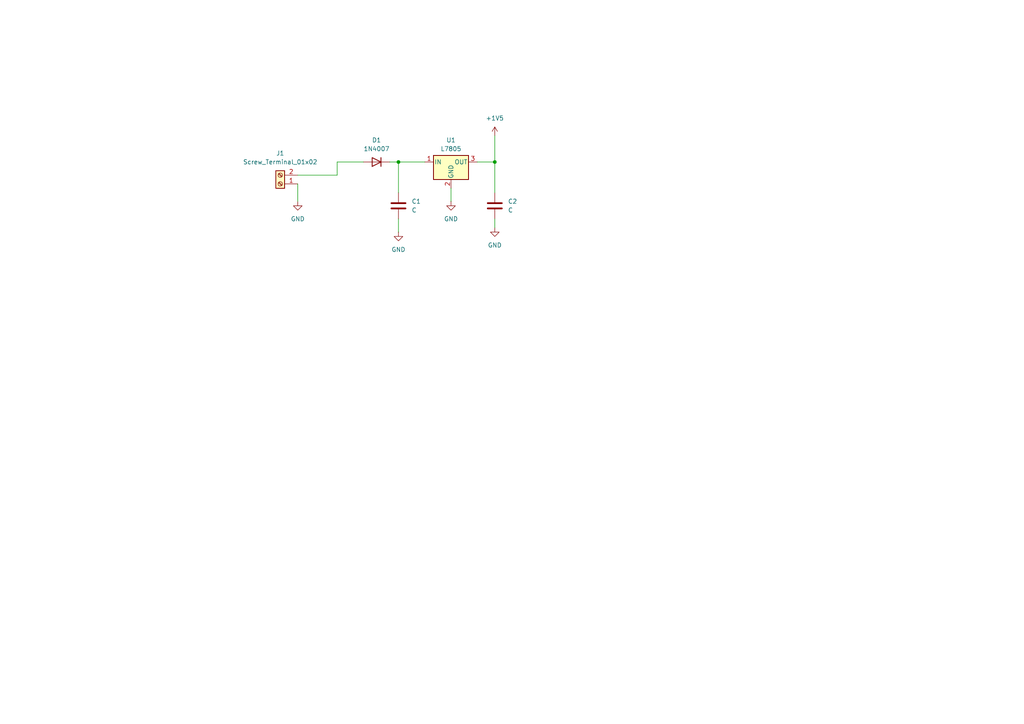
<source format=kicad_sch>
(kicad_sch (version 20250114) (generator "eeschema") (generator_version "9.0")
  (paper "A4")
  (lib_symbols
    (symbol "Connector:Screw_Terminal_01x02" (pin_names (offset 1.016) (hide yes))
      (property "Reference" "J" (at 0 2.54 0))
      (property "Value" "Screw_Terminal_01x02" (at 0 -5.08 0))
      (symbol "Screw_Terminal_01x02_1_1"
        (rectangle (start -1.27 1.27) (end 1.27 -3.81) (stroke (width 0.254)) (fill (type background)))
        (polyline (pts (xy -0.5334 0.3302) (xy 0.3302 -0.508)) (stroke (width 0.1524)))
        (polyline (pts (xy -0.5334 -2.2098) (xy 0.3302 -3.048)) (stroke (width 0.1524)))
        (polyline (pts (xy -0.3556 0.508) (xy 0.508 -0.3302)) (stroke (width 0.1524)))
        (polyline (pts (xy -0.3556 -2.032) (xy 0.508 -2.8702)) (stroke (width 0.1524)))
        (circle (center 0 0) (radius 0.635) (stroke (width 0.1524)))
        (circle (center 0 -2.54) (radius 0.635) (stroke (width 0.1524)))
        (pin passive line (at -5.08 0 0) (length 3.81) (name "Pin_1") (number "1"))
        (pin passive line (at -5.08 -2.54 0) (length 3.81) (name "Pin_2") (number "2"))
      )
    )
    (symbol "Device:C" (pin_numbers (hide yes)) (pin_names (offset 0.254))
      (property "Reference" "C" (at 0.635 2.54 0))
      (property "Value" "C" (at 0.635 -2.54 0))
      (symbol "C_0_1"
        (polyline (pts (xy -2.032 0.762) (xy 2.032 0.762)) (stroke (width 0.508)))
        (polyline (pts (xy -2.032 -0.762) (xy 2.032 -0.762)) (stroke (width 0.508)))
      )
      (symbol "C_1_1"
        (pin passive line (at 0 3.81 270) (length 2.794) (name "~") (number "1"))
        (pin passive line (at 0 -3.81 90) (length 2.794) (name "~") (number "2"))
      )
    )
    (symbol "Diode:1N4007" (pin_numbers (hide yes)) (pin_names (hide yes))
      (property "Reference" "D" (at 0 2.54 0))
      (property "Value" "1N4007" (at 0 -2.54 0))
      (symbol "1N4007_0_1"
        (polyline (pts (xy -1.27 1.27) (xy -1.27 -1.27)) (stroke (width 0.254)))
        (polyline (pts (xy 1.27 1.27) (xy 1.27 -1.27) (xy -1.27 0) (xy 1.27 1.27)) (stroke (width 0.254)))
        (polyline (pts (xy 1.27 0) (xy -1.27 0)))
      )
      (symbol "1N4007_1_1"
        (pin passive line (at -3.81 0 0) (length 2.54) (name "K") (number "1"))
        (pin passive line (at 3.81 0 180) (length 2.54) (name "A") (number "2"))
      )
    )
    (symbol "Regulator_Linear:L7805" (pin_names (offset 0.254))
      (property "Reference" "U" (at -3.81 3.175 0))
      (property "Value" "L7805" (at 0 3.175 0))
      (symbol "L7805_0_1"
        (rectangle (start -5.08 1.905) (end 5.08 -5.08) (stroke (width 0.254)) (fill (type background)))
      )
      (symbol "L7805_1_1"
        (pin power_in line (at -7.62 0 0) (length 2.54) (name "IN") (number "1"))
        (pin power_in line (at 0 -7.62 90) (length 2.54) (name "GND") (number "2"))
        (pin power_out line (at 7.62 0 180) (length 2.54) (name "OUT") (number "3"))
      )
    )
    (symbol "power:+1V5" (power) (pin_numbers (hide yes)) (pin_names (offset 0) (hide yes))
      (property "Value" "+1V5" (at 0 3.556 0))
      (symbol "+1V5_0_1"
        (polyline (pts (xy -0.762 1.27) (xy 0 2.54)))
        (polyline (pts (xy 0 2.54) (xy 0.762 1.27)))
        (polyline (pts (xy 0 0) (xy 0 2.54)))
      )
      (symbol "+1V5_1_1"
        (pin power_in line (at 0 0 90) (length 0) (name "~") (number "1"))
      )
    )
    (symbol "power:GND" (power) (pin_numbers (hide yes)) (pin_names (offset 0) (hide yes))
      (property "Value" "GND" (at 0 -3.81 0))
      (symbol "GND_0_1"
        (polyline (pts (xy 0 0) (xy 0 -1.27) (xy 1.27 -1.27) (xy 0 -2.54) (xy -1.27 -1.27) (xy 0 -1.27)))
      )
      (symbol "GND_1_1"
        (pin power_in line (at 0 0 270) (length 0) (name "~") (number "1"))
      )
    )
  )
  (junction (at 115.57 46.99))
  (junction (at 143.51 46.99))
  (wire (pts (xy 143.51 63.5) (xy 143.51 66.04)))
  (wire (pts (xy 115.57 63.5) (xy 115.57 67.31)))
  (wire (pts (xy 143.51 39.37) (xy 143.51 46.99)))
  (wire (pts (xy 130.81 54.61) (xy 130.81 58.42)))
  (wire (pts (xy 97.79 50.8) (xy 86.36 50.8)))
  (wire (pts (xy 105.41 46.99) (xy 97.79 46.99)))
  (wire (pts (xy 115.57 46.99) (xy 115.57 55.88)))
  (wire (pts (xy 138.43 46.99) (xy 143.51 46.99)))
  (wire (pts (xy 115.57 46.99) (xy 123.19 46.99)))
  (wire (pts (xy 97.79 46.99) (xy 97.79 50.8)))
  (wire (pts (xy 113.03 46.99) (xy 115.57 46.99)))
  (wire (pts (xy 143.51 46.99) (xy 143.51 55.88)))
  (wire (pts (xy 86.36 53.34) (xy 86.36 58.42)))
  (symbol (lib_id "Diode:1N4007") (at 109.22 46.99 180) (unit 1)
    (property "Reference" "D1" (at 109.22 40.64 0))
    (property "Value" "1N4007" (at 109.22 43.18 0))
    (property "Footprint" "Diode_THT:D_DO-41_SOD81_P10.16mm_Horizontal" (effects (hide yes)))
    (property "Datasheet" "http://www.vishay.com/docs/88503/1n4001.pdf" (effects (hide yes)))
    (property "Description" "1000V 1A General Purpose Rectifier Diode, DO-41" (effects (hide yes)))
    (property "Sim.Device" "D" (effects (hide yes)))
    (property "Sim.Pins" "1=K 2=A" (effects (hide yes)))
  )
  (symbol (lib_id "Regulator_Linear:L7805") (at 130.81 46.99 0) (unit 1)
    (property "Reference" "U1" (at 130.81 40.64 0))
    (property "Value" "L7805" (at 130.81 43.18 0))
    (property "Footprint" "Package_TO_SOT_THT:TO-220-3_Vertical" (effects (hide yes)))
    (property "Datasheet" "http://www.st.com/content/ccc/resource/technical/document/datasheet/41/4f/b3/b0/12/d4/47/88/CD00000444.pdf/files/CD00000444.pdf/jcr:content/translations/en.CD00000444.pdf" (effects (hide yes)))
    (property "Description" "Positive 1.5A 35V Linear Regulator, Fixed Output 5V, TO-220/TO-263/TO-252" (effects (hide yes)))
  )
  (symbol (lib_id "power:GND") (at 86.36 58.42 0) (unit 1)
    (property "Reference" "#PWR04" (effects (hide yes)))
    (property "Value" "GND" (at 86.36 63.5 0))
    (property "Description" "Power symbol creates a global label with name \"GND\" , ground" (effects (hide yes)))
  )
  (symbol (lib_id "Connector:Screw_Terminal_01x02") (at 81.28 53.34 180) (unit 1)
    (property "Reference" "J1" (at 81.28 44.45 0))
    (property "Value" "Screw_Terminal_01x02" (at 81.28 46.99 0))
    (property "Footprint" "TerminalBlock:TerminalBlock_MaiXu_MX126-5.0-02P_1x02_P5.00mm" (effects (hide yes)))
    (property "Description" "Generic screw terminal, single row, 01x02, script generated (kicad-library-utils/schlib/autogen/connector/)" (effects (hide yes)))
  )
  (symbol (lib_id "power:+1V5") (at 143.51 39.37 0) (unit 1)
    (property "Reference" "#PWR05" (effects (hide yes)))
    (property "Value" "+1V5" (at 143.51 34.29 0))
    (property "Description" "Power symbol creates a global label with name \"+1V5\"" (effects (hide yes)))
  )
  (symbol (lib_id "power:GND") (at 143.51 66.04 0) (unit 1)
    (property "Reference" "#PWR03" (effects (hide yes)))
    (property "Value" "GND" (at 143.51 71.12 0))
    (property "Description" "Power symbol creates a global label with name \"GND\" , ground" (effects (hide yes)))
  )
  (symbol (lib_id "power:GND") (at 130.81 58.42 0) (unit 1)
    (property "Reference" "#PWR02" (effects (hide yes)))
    (property "Value" "GND" (at 130.81 63.5 0))
    (property "Description" "Power symbol creates a global label with name \"GND\" , ground" (effects (hide yes)))
  )
  (symbol (lib_id "power:GND") (at 115.57 67.31 0) (unit 1)
    (property "Reference" "#PWR01" (effects (hide yes)))
    (property "Value" "GND" (at 115.57 72.39 0))
    (property "Description" "Power symbol creates a global label with name \"GND\" , ground" (effects (hide yes)))
  )
  (symbol (lib_id "Device:C") (at 115.57 59.69 0) (unit 1)
    (property "Reference" "C1" (at 119.38 58.4199 0) (effects (justify left)))
    (property "Value" "C" (at 119.38 60.9599 0) (effects (justify left)))
    (property "Footprint" "Capacitor_THT:C_Disc_D3.0mm_W1.6mm_P2.50mm" (effects (hide yes)))
    (property "Description" "Unpolarized capacitor" (effects (hide yes)))
  )
  (symbol (lib_id "Device:C") (at 143.51 59.69 0) (unit 1)
    (property "Reference" "C2" (at 147.32 58.4199 0) (effects (justify left)))
    (property "Value" "C" (at 147.32 60.9599 0) (effects (justify left)))
    (property "Footprint" "Capacitor_THT:C_Disc_D3.0mm_W1.6mm_P2.50mm" (effects (hide yes)))
    (property "Description" "Unpolarized capacitor" (effects (hide yes)))
  )
)
</source>
